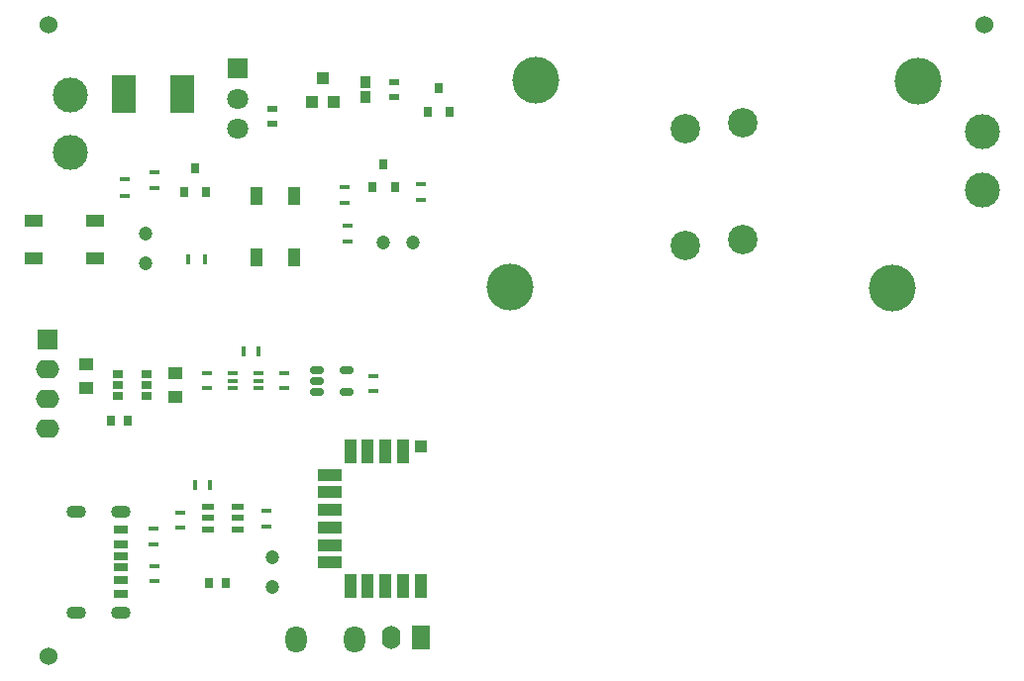
<source format=gbr>
G04*
G04 #@! TF.GenerationSoftware,Altium Limited,Altium Designer,23.0.1 (38)*
G04*
G04 Layer_Color=255*
%FSLAX25Y25*%
%MOIN*%
G70*
G04*
G04 #@! TF.SameCoordinates,8278F28E-5B15-4BE8-8149-663F5D52C5DE*
G04*
G04*
G04 #@! TF.FilePolarity,Positive*
G04*
G01*
G75*
%ADD16R,0.03543X0.02756*%
%ADD17R,0.03543X0.03937*%
%ADD18R,0.04724X0.02756*%
%ADD19R,0.04724X0.02992*%
%ADD20R,0.04724X0.03150*%
%ADD21R,0.03543X0.01575*%
%ADD22R,0.03543X0.01968*%
%ADD23R,0.03900X0.07900*%
%ADD24R,0.07900X0.03900*%
%ADD25R,0.03900X0.04300*%
%ADD26R,0.03150X0.03543*%
%ADD27R,0.03937X0.03937*%
G04:AMPARAMS|DCode=28|XSize=48.03mil|YSize=23.62mil|CornerRadius=5.91mil|HoleSize=0mil|Usage=FLASHONLY|Rotation=0.000|XOffset=0mil|YOffset=0mil|HoleType=Round|Shape=RoundedRectangle|*
%AMROUNDEDRECTD28*
21,1,0.04803,0.01181,0,0,0.0*
21,1,0.03622,0.02362,0,0,0.0*
1,1,0.01181,0.01811,-0.00591*
1,1,0.01181,-0.01811,-0.00591*
1,1,0.01181,-0.01811,0.00591*
1,1,0.01181,0.01811,0.00591*
%
%ADD28ROUNDEDRECTD28*%
%ADD29R,0.04724X0.03937*%
%ADD30R,0.01575X0.03543*%
%ADD31R,0.03937X0.06102*%
%ADD32R,0.06102X0.03937*%
%ADD33R,0.02559X0.03543*%
%ADD34R,0.04331X0.02362*%
%ADD35R,0.07874X0.12520*%
%ADD63O,0.06693X0.04331*%
%ADD64C,0.06000*%
%ADD65C,0.11811*%
%ADD66C,0.09937*%
%ADD67C,0.15748*%
%ADD68R,0.07087X0.07087*%
%ADD69C,0.07087*%
%ADD70R,0.07087X0.07087*%
%ADD71O,0.07874X0.06299*%
%ADD72O,0.07087X0.09055*%
%ADD73R,0.06299X0.07874*%
%ADD74O,0.06299X0.07874*%
%ADD75C,0.04724*%
D16*
X38000Y99260D02*
D03*
Y103000D02*
D03*
Y106740D02*
D03*
X47842D02*
D03*
Y99260D02*
D03*
Y103000D02*
D03*
D17*
X121500Y205059D02*
D03*
Y199941D02*
D03*
D18*
X38961Y41524D02*
D03*
Y45461D02*
D03*
D19*
Y37508D02*
D03*
Y49476D02*
D03*
D20*
Y32665D02*
D03*
Y54319D02*
D03*
D21*
X85331Y107059D02*
D03*
Y104500D02*
D03*
Y101941D02*
D03*
X76669Y107059D02*
D03*
Y104500D02*
D03*
Y101941D02*
D03*
X124000Y100882D02*
D03*
Y106000D02*
D03*
X140000Y170756D02*
D03*
Y165244D02*
D03*
X114500Y169756D02*
D03*
Y164244D02*
D03*
X115500Y151244D02*
D03*
Y156756D02*
D03*
X40500Y166744D02*
D03*
Y172256D02*
D03*
X50500Y169244D02*
D03*
Y174756D02*
D03*
X94000Y101941D02*
D03*
Y107059D02*
D03*
X68000Y101941D02*
D03*
Y107059D02*
D03*
X50000Y49441D02*
D03*
Y54559D02*
D03*
X50500Y42059D02*
D03*
Y36941D02*
D03*
X59000Y54941D02*
D03*
Y60059D02*
D03*
X88000Y60559D02*
D03*
Y55441D02*
D03*
D22*
X90000Y195862D02*
D03*
Y191138D02*
D03*
X131000Y204862D02*
D03*
Y200138D02*
D03*
D23*
X139950Y35360D02*
D03*
X134040D02*
D03*
X128130D02*
D03*
X122220D02*
D03*
X116310D02*
D03*
Y80640D02*
D03*
X122220D02*
D03*
X128130D02*
D03*
X134040D02*
D03*
D24*
X109425Y43225D02*
D03*
Y49135D02*
D03*
Y55045D02*
D03*
Y60955D02*
D03*
Y66865D02*
D03*
Y72775D02*
D03*
D25*
X139950Y82440D02*
D03*
D26*
X142260Y195126D02*
D03*
X149740D02*
D03*
X146000Y203000D02*
D03*
X127500Y177500D02*
D03*
X131240Y169626D02*
D03*
X123760D02*
D03*
X64000Y176000D02*
D03*
X67740Y168126D02*
D03*
X60260D02*
D03*
D27*
X103260Y198232D02*
D03*
X110740D02*
D03*
X107000Y206500D02*
D03*
D28*
X105197Y108000D02*
D03*
Y104260D02*
D03*
Y100520D02*
D03*
X115000D02*
D03*
Y108000D02*
D03*
D29*
X27500Y102126D02*
D03*
Y110000D02*
D03*
X57500Y99063D02*
D03*
Y106937D02*
D03*
D30*
X67256Y145500D02*
D03*
X61744D02*
D03*
X69059Y69500D02*
D03*
X63941D02*
D03*
X85559Y114500D02*
D03*
X80441D02*
D03*
D31*
X97299Y166835D02*
D03*
Y146165D02*
D03*
X84701Y166835D02*
D03*
Y146165D02*
D03*
D32*
X9665Y158299D02*
D03*
X30335D02*
D03*
X9665Y145701D02*
D03*
X30335D02*
D03*
D33*
X35646Y91000D02*
D03*
X41354D02*
D03*
X68646Y36500D02*
D03*
X74354D02*
D03*
D34*
X68264Y61980D02*
D03*
Y58240D02*
D03*
Y54500D02*
D03*
X78500Y58240D02*
D03*
Y54500D02*
D03*
Y61980D02*
D03*
D35*
X59842Y201000D02*
D03*
X40157D02*
D03*
D63*
X38961Y60500D02*
D03*
Y26484D02*
D03*
X24000Y60500D02*
D03*
Y26484D02*
D03*
D64*
X14811Y224410D02*
D03*
X329772D02*
D03*
X14811Y11811D02*
D03*
D65*
X22000Y181315D02*
D03*
Y200842D02*
D03*
X329000Y188342D02*
D03*
Y168815D02*
D03*
D66*
X248500Y152130D02*
D03*
Y191500D02*
D03*
X229000Y189370D02*
D03*
Y150000D02*
D03*
D67*
X298894Y135791D02*
D03*
X307555Y205476D02*
D03*
X178606Y205709D02*
D03*
X169945Y136024D02*
D03*
D68*
X78500Y209736D02*
D03*
D69*
Y189264D02*
D03*
Y199500D02*
D03*
D70*
X14500Y118500D02*
D03*
D71*
Y108500D02*
D03*
Y98500D02*
D03*
Y88500D02*
D03*
D72*
X117842Y17500D02*
D03*
X98158D02*
D03*
D73*
X140000Y18000D02*
D03*
D74*
X130000D02*
D03*
D75*
X137500Y151000D02*
D03*
X127500D02*
D03*
X47500Y144000D02*
D03*
Y154000D02*
D03*
X90000Y45000D02*
D03*
Y35000D02*
D03*
M02*

</source>
